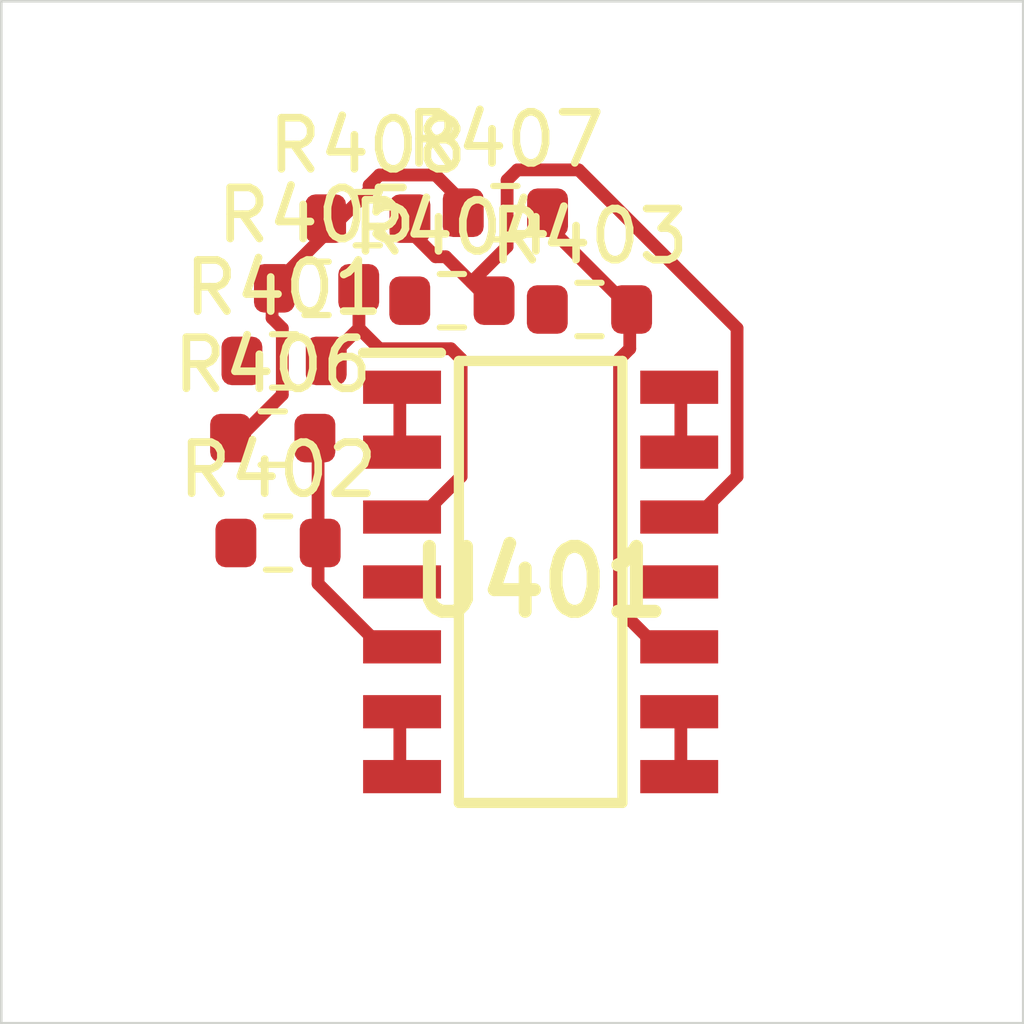
<source format=kicad_pcb>
 ( kicad_pcb  ( version 20171130 )
 ( host pcbnew 5.1.12-84ad8e8a86~92~ubuntu18.04.1 )
 ( general  ( thickness 1.6 )
 ( drawings 4 )
 ( tracks 0 )
 ( zones 0 )
 ( modules 9 )
 ( nets 14 )
)
 ( page A4 )
 ( layers  ( 0 F.Cu signal )
 ( 31 B.Cu signal )
 ( 32 B.Adhes user )
 ( 33 F.Adhes user )
 ( 34 B.Paste user )
 ( 35 F.Paste user )
 ( 36 B.SilkS user )
 ( 37 F.SilkS user )
 ( 38 B.Mask user )
 ( 39 F.Mask user )
 ( 40 Dwgs.User user )
 ( 41 Cmts.User user )
 ( 42 Eco1.User user )
 ( 43 Eco2.User user )
 ( 44 Edge.Cuts user )
 ( 45 Margin user )
 ( 46 B.CrtYd user )
 ( 47 F.CrtYd user )
 ( 48 B.Fab user )
 ( 49 F.Fab user )
)
 ( setup  ( last_trace_width 0.25 )
 ( trace_clearance 0.2 )
 ( zone_clearance 0.508 )
 ( zone_45_only no )
 ( trace_min 0.2 )
 ( via_size 0.8 )
 ( via_drill 0.4 )
 ( via_min_size 0.4 )
 ( via_min_drill 0.3 )
 ( uvia_size 0.3 )
 ( uvia_drill 0.1 )
 ( uvias_allowed no )
 ( uvia_min_size 0.2 )
 ( uvia_min_drill 0.1 )
 ( edge_width 0.05 )
 ( segment_width 0.2 )
 ( pcb_text_width 0.3 )
 ( pcb_text_size 1.5 1.5 )
 ( mod_edge_width 0.12 )
 ( mod_text_size 1 1 )
 ( mod_text_width 0.15 )
 ( pad_size 1.524 1.524 )
 ( pad_drill 0.762 )
 ( pad_to_mask_clearance 0 )
 ( aux_axis_origin 0 0 )
 ( visible_elements FFFFFF7F )
 ( pcbplotparams  ( layerselection 0x010fc_ffffffff )
 ( usegerberextensions false )
 ( usegerberattributes true )
 ( usegerberadvancedattributes true )
 ( creategerberjobfile true )
 ( excludeedgelayer true )
 ( linewidth 0.100000 )
 ( plotframeref false )
 ( viasonmask false )
 ( mode 1 )
 ( useauxorigin false )
 ( hpglpennumber 1 )
 ( hpglpenspeed 20 )
 ( hpglpendiameter 15.000000 )
 ( psnegative false )
 ( psa4output false )
 ( plotreference true )
 ( plotvalue true )
 ( plotinvisibletext false )
 ( padsonsilk false )
 ( subtractmaskfromsilk false )
 ( outputformat 1 )
 ( mirror false )
 ( drillshape 1 )
 ( scaleselection 1 )
 ( outputdirectory "" )
)
)
 ( net 0 "" )
 ( net 1 /Sheet6235D886/vp )
 ( net 2 /Sheet6248AD22/chn0 )
 ( net 3 /Sheet6248AD22/chn1 )
 ( net 4 /Sheet6248AD22/chn2 )
 ( net 5 /Sheet6248AD22/chn3 )
 ( net 6 "Net-(R401-Pad2)" )
 ( net 7 "Net-(R402-Pad2)" )
 ( net 8 "Net-(R403-Pad2)" )
 ( net 9 "Net-(R404-Pad2)" )
 ( net 10 /Sheet6248AD22/chn0_n )
 ( net 11 /Sheet6248AD22/chn1_n )
 ( net 12 /Sheet6248AD22/chn2_n )
 ( net 13 /Sheet6248AD22/chn3_n )
 ( net_class Default "This is the default net class."  ( clearance 0.2 )
 ( trace_width 0.25 )
 ( via_dia 0.8 )
 ( via_drill 0.4 )
 ( uvia_dia 0.3 )
 ( uvia_drill 0.1 )
 ( add_net /Sheet6235D886/vp )
 ( add_net /Sheet6248AD22/chn0 )
 ( add_net /Sheet6248AD22/chn0_n )
 ( add_net /Sheet6248AD22/chn1 )
 ( add_net /Sheet6248AD22/chn1_n )
 ( add_net /Sheet6248AD22/chn2 )
 ( add_net /Sheet6248AD22/chn2_n )
 ( add_net /Sheet6248AD22/chn3 )
 ( add_net /Sheet6248AD22/chn3_n )
 ( add_net "Net-(R401-Pad2)" )
 ( add_net "Net-(R402-Pad2)" )
 ( add_net "Net-(R403-Pad2)" )
 ( add_net "Net-(R404-Pad2)" )
)
 ( module Resistor_SMD:R_0603_1608Metric  ( layer F.Cu )
 ( tedit 5F68FEEE )
 ( tstamp 623425C8 )
 ( at 85.534900 107.038000 )
 ( descr "Resistor SMD 0603 (1608 Metric), square (rectangular) end terminal, IPC_7351 nominal, (Body size source: IPC-SM-782 page 72, https://www.pcb-3d.com/wordpress/wp-content/uploads/ipc-sm-782a_amendment_1_and_2.pdf), generated with kicad-footprint-generator" )
 ( tags resistor )
 ( path /6248AD23/6249ADFD )
 ( attr smd )
 ( fp_text reference R401  ( at 0 -1.43 )
 ( layer F.SilkS )
 ( effects  ( font  ( size 1 1 )
 ( thickness 0.15 )
)
)
)
 ( fp_text value 10M  ( at 0 1.43 )
 ( layer F.Fab )
 ( effects  ( font  ( size 1 1 )
 ( thickness 0.15 )
)
)
)
 ( fp_line  ( start -0.8 0.4125 )
 ( end -0.8 -0.4125 )
 ( layer F.Fab )
 ( width 0.1 )
)
 ( fp_line  ( start -0.8 -0.4125 )
 ( end 0.8 -0.4125 )
 ( layer F.Fab )
 ( width 0.1 )
)
 ( fp_line  ( start 0.8 -0.4125 )
 ( end 0.8 0.4125 )
 ( layer F.Fab )
 ( width 0.1 )
)
 ( fp_line  ( start 0.8 0.4125 )
 ( end -0.8 0.4125 )
 ( layer F.Fab )
 ( width 0.1 )
)
 ( fp_line  ( start -0.237258 -0.5225 )
 ( end 0.237258 -0.5225 )
 ( layer F.SilkS )
 ( width 0.12 )
)
 ( fp_line  ( start -0.237258 0.5225 )
 ( end 0.237258 0.5225 )
 ( layer F.SilkS )
 ( width 0.12 )
)
 ( fp_line  ( start -1.48 0.73 )
 ( end -1.48 -0.73 )
 ( layer F.CrtYd )
 ( width 0.05 )
)
 ( fp_line  ( start -1.48 -0.73 )
 ( end 1.48 -0.73 )
 ( layer F.CrtYd )
 ( width 0.05 )
)
 ( fp_line  ( start 1.48 -0.73 )
 ( end 1.48 0.73 )
 ( layer F.CrtYd )
 ( width 0.05 )
)
 ( fp_line  ( start 1.48 0.73 )
 ( end -1.48 0.73 )
 ( layer F.CrtYd )
 ( width 0.05 )
)
 ( fp_text user %R  ( at 0 0 )
 ( layer F.Fab )
 ( effects  ( font  ( size 0.4 0.4 )
 ( thickness 0.06 )
)
)
)
 ( pad 2 smd roundrect  ( at 0.825 0 )
 ( size 0.8 0.95 )
 ( layers F.Cu F.Mask F.Paste )
 ( roundrect_rratio 0.25 )
 ( net 6 "Net-(R401-Pad2)" )
)
 ( pad 1 smd roundrect  ( at -0.825 0 )
 ( size 0.8 0.95 )
 ( layers F.Cu F.Mask F.Paste )
 ( roundrect_rratio 0.25 )
 ( net 10 /Sheet6248AD22/chn0_n )
)
 ( model ${KISYS3DMOD}/Resistor_SMD.3dshapes/R_0603_1608Metric.wrl  ( at  ( xyz 0 0 0 )
)
 ( scale  ( xyz 1 1 1 )
)
 ( rotate  ( xyz 0 0 0 )
)
)
)
 ( module Resistor_SMD:R_0603_1608Metric  ( layer F.Cu )
 ( tedit 5F68FEEE )
 ( tstamp 623425D9 )
 ( at 85.416500 110.602000 )
 ( descr "Resistor SMD 0603 (1608 Metric), square (rectangular) end terminal, IPC_7351 nominal, (Body size source: IPC-SM-782 page 72, https://www.pcb-3d.com/wordpress/wp-content/uploads/ipc-sm-782a_amendment_1_and_2.pdf), generated with kicad-footprint-generator" )
 ( tags resistor )
 ( path /6248AD23/6249B75E )
 ( attr smd )
 ( fp_text reference R402  ( at 0 -1.43 )
 ( layer F.SilkS )
 ( effects  ( font  ( size 1 1 )
 ( thickness 0.15 )
)
)
)
 ( fp_text value 10M  ( at 0 1.43 )
 ( layer F.Fab )
 ( effects  ( font  ( size 1 1 )
 ( thickness 0.15 )
)
)
)
 ( fp_line  ( start 1.48 0.73 )
 ( end -1.48 0.73 )
 ( layer F.CrtYd )
 ( width 0.05 )
)
 ( fp_line  ( start 1.48 -0.73 )
 ( end 1.48 0.73 )
 ( layer F.CrtYd )
 ( width 0.05 )
)
 ( fp_line  ( start -1.48 -0.73 )
 ( end 1.48 -0.73 )
 ( layer F.CrtYd )
 ( width 0.05 )
)
 ( fp_line  ( start -1.48 0.73 )
 ( end -1.48 -0.73 )
 ( layer F.CrtYd )
 ( width 0.05 )
)
 ( fp_line  ( start -0.237258 0.5225 )
 ( end 0.237258 0.5225 )
 ( layer F.SilkS )
 ( width 0.12 )
)
 ( fp_line  ( start -0.237258 -0.5225 )
 ( end 0.237258 -0.5225 )
 ( layer F.SilkS )
 ( width 0.12 )
)
 ( fp_line  ( start 0.8 0.4125 )
 ( end -0.8 0.4125 )
 ( layer F.Fab )
 ( width 0.1 )
)
 ( fp_line  ( start 0.8 -0.4125 )
 ( end 0.8 0.4125 )
 ( layer F.Fab )
 ( width 0.1 )
)
 ( fp_line  ( start -0.8 -0.4125 )
 ( end 0.8 -0.4125 )
 ( layer F.Fab )
 ( width 0.1 )
)
 ( fp_line  ( start -0.8 0.4125 )
 ( end -0.8 -0.4125 )
 ( layer F.Fab )
 ( width 0.1 )
)
 ( fp_text user %R  ( at 0 0 )
 ( layer F.Fab )
 ( effects  ( font  ( size 0.4 0.4 )
 ( thickness 0.06 )
)
)
)
 ( pad 1 smd roundrect  ( at -0.825 0 )
 ( size 0.8 0.95 )
 ( layers F.Cu F.Mask F.Paste )
 ( roundrect_rratio 0.25 )
 ( net 11 /Sheet6248AD22/chn1_n )
)
 ( pad 2 smd roundrect  ( at 0.825 0 )
 ( size 0.8 0.95 )
 ( layers F.Cu F.Mask F.Paste )
 ( roundrect_rratio 0.25 )
 ( net 7 "Net-(R402-Pad2)" )
)
 ( model ${KISYS3DMOD}/Resistor_SMD.3dshapes/R_0603_1608Metric.wrl  ( at  ( xyz 0 0 0 )
)
 ( scale  ( xyz 1 1 1 )
)
 ( rotate  ( xyz 0 0 0 )
)
)
)
 ( module Resistor_SMD:R_0603_1608Metric  ( layer F.Cu )
 ( tedit 5F68FEEE )
 ( tstamp 623425EA )
 ( at 91.511200 106.032000 )
 ( descr "Resistor SMD 0603 (1608 Metric), square (rectangular) end terminal, IPC_7351 nominal, (Body size source: IPC-SM-782 page 72, https://www.pcb-3d.com/wordpress/wp-content/uploads/ipc-sm-782a_amendment_1_and_2.pdf), generated with kicad-footprint-generator" )
 ( tags resistor )
 ( path /6248AD23/6249FB7A )
 ( attr smd )
 ( fp_text reference R403  ( at 0 -1.43 )
 ( layer F.SilkS )
 ( effects  ( font  ( size 1 1 )
 ( thickness 0.15 )
)
)
)
 ( fp_text value 10M  ( at 0 1.43 )
 ( layer F.Fab )
 ( effects  ( font  ( size 1 1 )
 ( thickness 0.15 )
)
)
)
 ( fp_line  ( start 1.48 0.73 )
 ( end -1.48 0.73 )
 ( layer F.CrtYd )
 ( width 0.05 )
)
 ( fp_line  ( start 1.48 -0.73 )
 ( end 1.48 0.73 )
 ( layer F.CrtYd )
 ( width 0.05 )
)
 ( fp_line  ( start -1.48 -0.73 )
 ( end 1.48 -0.73 )
 ( layer F.CrtYd )
 ( width 0.05 )
)
 ( fp_line  ( start -1.48 0.73 )
 ( end -1.48 -0.73 )
 ( layer F.CrtYd )
 ( width 0.05 )
)
 ( fp_line  ( start -0.237258 0.5225 )
 ( end 0.237258 0.5225 )
 ( layer F.SilkS )
 ( width 0.12 )
)
 ( fp_line  ( start -0.237258 -0.5225 )
 ( end 0.237258 -0.5225 )
 ( layer F.SilkS )
 ( width 0.12 )
)
 ( fp_line  ( start 0.8 0.4125 )
 ( end -0.8 0.4125 )
 ( layer F.Fab )
 ( width 0.1 )
)
 ( fp_line  ( start 0.8 -0.4125 )
 ( end 0.8 0.4125 )
 ( layer F.Fab )
 ( width 0.1 )
)
 ( fp_line  ( start -0.8 -0.4125 )
 ( end 0.8 -0.4125 )
 ( layer F.Fab )
 ( width 0.1 )
)
 ( fp_line  ( start -0.8 0.4125 )
 ( end -0.8 -0.4125 )
 ( layer F.Fab )
 ( width 0.1 )
)
 ( fp_text user %R  ( at 0 0 )
 ( layer F.Fab )
 ( effects  ( font  ( size 0.4 0.4 )
 ( thickness 0.06 )
)
)
)
 ( pad 1 smd roundrect  ( at -0.825 0 )
 ( size 0.8 0.95 )
 ( layers F.Cu F.Mask F.Paste )
 ( roundrect_rratio 0.25 )
 ( net 12 /Sheet6248AD22/chn2_n )
)
 ( pad 2 smd roundrect  ( at 0.825 0 )
 ( size 0.8 0.95 )
 ( layers F.Cu F.Mask F.Paste )
 ( roundrect_rratio 0.25 )
 ( net 8 "Net-(R403-Pad2)" )
)
 ( model ${KISYS3DMOD}/Resistor_SMD.3dshapes/R_0603_1608Metric.wrl  ( at  ( xyz 0 0 0 )
)
 ( scale  ( xyz 1 1 1 )
)
 ( rotate  ( xyz 0 0 0 )
)
)
)
 ( module Resistor_SMD:R_0603_1608Metric  ( layer F.Cu )
 ( tedit 5F68FEEE )
 ( tstamp 623425FB )
 ( at 88.819200 105.860000 )
 ( descr "Resistor SMD 0603 (1608 Metric), square (rectangular) end terminal, IPC_7351 nominal, (Body size source: IPC-SM-782 page 72, https://www.pcb-3d.com/wordpress/wp-content/uploads/ipc-sm-782a_amendment_1_and_2.pdf), generated with kicad-footprint-generator" )
 ( tags resistor )
 ( path /6248AD23/6249FB74 )
 ( attr smd )
 ( fp_text reference R404  ( at 0 -1.43 )
 ( layer F.SilkS )
 ( effects  ( font  ( size 1 1 )
 ( thickness 0.15 )
)
)
)
 ( fp_text value 10M  ( at 0 1.43 )
 ( layer F.Fab )
 ( effects  ( font  ( size 1 1 )
 ( thickness 0.15 )
)
)
)
 ( fp_line  ( start -0.8 0.4125 )
 ( end -0.8 -0.4125 )
 ( layer F.Fab )
 ( width 0.1 )
)
 ( fp_line  ( start -0.8 -0.4125 )
 ( end 0.8 -0.4125 )
 ( layer F.Fab )
 ( width 0.1 )
)
 ( fp_line  ( start 0.8 -0.4125 )
 ( end 0.8 0.4125 )
 ( layer F.Fab )
 ( width 0.1 )
)
 ( fp_line  ( start 0.8 0.4125 )
 ( end -0.8 0.4125 )
 ( layer F.Fab )
 ( width 0.1 )
)
 ( fp_line  ( start -0.237258 -0.5225 )
 ( end 0.237258 -0.5225 )
 ( layer F.SilkS )
 ( width 0.12 )
)
 ( fp_line  ( start -0.237258 0.5225 )
 ( end 0.237258 0.5225 )
 ( layer F.SilkS )
 ( width 0.12 )
)
 ( fp_line  ( start -1.48 0.73 )
 ( end -1.48 -0.73 )
 ( layer F.CrtYd )
 ( width 0.05 )
)
 ( fp_line  ( start -1.48 -0.73 )
 ( end 1.48 -0.73 )
 ( layer F.CrtYd )
 ( width 0.05 )
)
 ( fp_line  ( start 1.48 -0.73 )
 ( end 1.48 0.73 )
 ( layer F.CrtYd )
 ( width 0.05 )
)
 ( fp_line  ( start 1.48 0.73 )
 ( end -1.48 0.73 )
 ( layer F.CrtYd )
 ( width 0.05 )
)
 ( fp_text user %R  ( at 0 0 )
 ( layer F.Fab )
 ( effects  ( font  ( size 0.4 0.4 )
 ( thickness 0.06 )
)
)
)
 ( pad 2 smd roundrect  ( at 0.825 0 )
 ( size 0.8 0.95 )
 ( layers F.Cu F.Mask F.Paste )
 ( roundrect_rratio 0.25 )
 ( net 9 "Net-(R404-Pad2)" )
)
 ( pad 1 smd roundrect  ( at -0.825 0 )
 ( size 0.8 0.95 )
 ( layers F.Cu F.Mask F.Paste )
 ( roundrect_rratio 0.25 )
 ( net 13 /Sheet6248AD22/chn3_n )
)
 ( model ${KISYS3DMOD}/Resistor_SMD.3dshapes/R_0603_1608Metric.wrl  ( at  ( xyz 0 0 0 )
)
 ( scale  ( xyz 1 1 1 )
)
 ( rotate  ( xyz 0 0 0 )
)
)
)
 ( module Resistor_SMD:R_0603_1608Metric  ( layer F.Cu )
 ( tedit 5F68FEEE )
 ( tstamp 6234260C )
 ( at 86.170600 105.618000 )
 ( descr "Resistor SMD 0603 (1608 Metric), square (rectangular) end terminal, IPC_7351 nominal, (Body size source: IPC-SM-782 page 72, https://www.pcb-3d.com/wordpress/wp-content/uploads/ipc-sm-782a_amendment_1_and_2.pdf), generated with kicad-footprint-generator" )
 ( tags resistor )
 ( path /6248AD23/62497F62 )
 ( attr smd )
 ( fp_text reference R405  ( at 0 -1.43 )
 ( layer F.SilkS )
 ( effects  ( font  ( size 1 1 )
 ( thickness 0.15 )
)
)
)
 ( fp_text value 750k  ( at 0 1.43 )
 ( layer F.Fab )
 ( effects  ( font  ( size 1 1 )
 ( thickness 0.15 )
)
)
)
 ( fp_line  ( start -0.8 0.4125 )
 ( end -0.8 -0.4125 )
 ( layer F.Fab )
 ( width 0.1 )
)
 ( fp_line  ( start -0.8 -0.4125 )
 ( end 0.8 -0.4125 )
 ( layer F.Fab )
 ( width 0.1 )
)
 ( fp_line  ( start 0.8 -0.4125 )
 ( end 0.8 0.4125 )
 ( layer F.Fab )
 ( width 0.1 )
)
 ( fp_line  ( start 0.8 0.4125 )
 ( end -0.8 0.4125 )
 ( layer F.Fab )
 ( width 0.1 )
)
 ( fp_line  ( start -0.237258 -0.5225 )
 ( end 0.237258 -0.5225 )
 ( layer F.SilkS )
 ( width 0.12 )
)
 ( fp_line  ( start -0.237258 0.5225 )
 ( end 0.237258 0.5225 )
 ( layer F.SilkS )
 ( width 0.12 )
)
 ( fp_line  ( start -1.48 0.73 )
 ( end -1.48 -0.73 )
 ( layer F.CrtYd )
 ( width 0.05 )
)
 ( fp_line  ( start -1.48 -0.73 )
 ( end 1.48 -0.73 )
 ( layer F.CrtYd )
 ( width 0.05 )
)
 ( fp_line  ( start 1.48 -0.73 )
 ( end 1.48 0.73 )
 ( layer F.CrtYd )
 ( width 0.05 )
)
 ( fp_line  ( start 1.48 0.73 )
 ( end -1.48 0.73 )
 ( layer F.CrtYd )
 ( width 0.05 )
)
 ( fp_text user %R  ( at 0 0 )
 ( layer F.Fab )
 ( effects  ( font  ( size 0.4 0.4 )
 ( thickness 0.06 )
)
)
)
 ( pad 2 smd roundrect  ( at 0.825 0 )
 ( size 0.8 0.95 )
 ( layers F.Cu F.Mask F.Paste )
 ( roundrect_rratio 0.25 )
 ( net 6 "Net-(R401-Pad2)" )
)
 ( pad 1 smd roundrect  ( at -0.825 0 )
 ( size 0.8 0.95 )
 ( layers F.Cu F.Mask F.Paste )
 ( roundrect_rratio 0.25 )
 ( net 1 /Sheet6235D886/vp )
)
 ( model ${KISYS3DMOD}/Resistor_SMD.3dshapes/R_0603_1608Metric.wrl  ( at  ( xyz 0 0 0 )
)
 ( scale  ( xyz 1 1 1 )
)
 ( rotate  ( xyz 0 0 0 )
)
)
)
 ( module Resistor_SMD:R_0603_1608Metric  ( layer F.Cu )
 ( tedit 5F68FEEE )
 ( tstamp 6234261D )
 ( at 85.312700 108.549000 )
 ( descr "Resistor SMD 0603 (1608 Metric), square (rectangular) end terminal, IPC_7351 nominal, (Body size source: IPC-SM-782 page 72, https://www.pcb-3d.com/wordpress/wp-content/uploads/ipc-sm-782a_amendment_1_and_2.pdf), generated with kicad-footprint-generator" )
 ( tags resistor )
 ( path /6248AD23/62499098 )
 ( attr smd )
 ( fp_text reference R406  ( at 0 -1.43 )
 ( layer F.SilkS )
 ( effects  ( font  ( size 1 1 )
 ( thickness 0.15 )
)
)
)
 ( fp_text value 750k  ( at 0 1.43 )
 ( layer F.Fab )
 ( effects  ( font  ( size 1 1 )
 ( thickness 0.15 )
)
)
)
 ( fp_line  ( start 1.48 0.73 )
 ( end -1.48 0.73 )
 ( layer F.CrtYd )
 ( width 0.05 )
)
 ( fp_line  ( start 1.48 -0.73 )
 ( end 1.48 0.73 )
 ( layer F.CrtYd )
 ( width 0.05 )
)
 ( fp_line  ( start -1.48 -0.73 )
 ( end 1.48 -0.73 )
 ( layer F.CrtYd )
 ( width 0.05 )
)
 ( fp_line  ( start -1.48 0.73 )
 ( end -1.48 -0.73 )
 ( layer F.CrtYd )
 ( width 0.05 )
)
 ( fp_line  ( start -0.237258 0.5225 )
 ( end 0.237258 0.5225 )
 ( layer F.SilkS )
 ( width 0.12 )
)
 ( fp_line  ( start -0.237258 -0.5225 )
 ( end 0.237258 -0.5225 )
 ( layer F.SilkS )
 ( width 0.12 )
)
 ( fp_line  ( start 0.8 0.4125 )
 ( end -0.8 0.4125 )
 ( layer F.Fab )
 ( width 0.1 )
)
 ( fp_line  ( start 0.8 -0.4125 )
 ( end 0.8 0.4125 )
 ( layer F.Fab )
 ( width 0.1 )
)
 ( fp_line  ( start -0.8 -0.4125 )
 ( end 0.8 -0.4125 )
 ( layer F.Fab )
 ( width 0.1 )
)
 ( fp_line  ( start -0.8 0.4125 )
 ( end -0.8 -0.4125 )
 ( layer F.Fab )
 ( width 0.1 )
)
 ( fp_text user %R  ( at 0 0 )
 ( layer F.Fab )
 ( effects  ( font  ( size 0.4 0.4 )
 ( thickness 0.06 )
)
)
)
 ( pad 1 smd roundrect  ( at -0.825 0 )
 ( size 0.8 0.95 )
 ( layers F.Cu F.Mask F.Paste )
 ( roundrect_rratio 0.25 )
 ( net 1 /Sheet6235D886/vp )
)
 ( pad 2 smd roundrect  ( at 0.825 0 )
 ( size 0.8 0.95 )
 ( layers F.Cu F.Mask F.Paste )
 ( roundrect_rratio 0.25 )
 ( net 7 "Net-(R402-Pad2)" )
)
 ( model ${KISYS3DMOD}/Resistor_SMD.3dshapes/R_0603_1608Metric.wrl  ( at  ( xyz 0 0 0 )
)
 ( scale  ( xyz 1 1 1 )
)
 ( rotate  ( xyz 0 0 0 )
)
)
)
 ( module Resistor_SMD:R_0603_1608Metric  ( layer F.Cu )
 ( tedit 5F68FEEE )
 ( tstamp 6234262E )
 ( at 89.866300 104.138000 )
 ( descr "Resistor SMD 0603 (1608 Metric), square (rectangular) end terminal, IPC_7351 nominal, (Body size source: IPC-SM-782 page 72, https://www.pcb-3d.com/wordpress/wp-content/uploads/ipc-sm-782a_amendment_1_and_2.pdf), generated with kicad-footprint-generator" )
 ( tags resistor )
 ( path /6248AD23/624A0FFB )
 ( attr smd )
 ( fp_text reference R407  ( at 0 -1.43 )
 ( layer F.SilkS )
 ( effects  ( font  ( size 1 1 )
 ( thickness 0.15 )
)
)
)
 ( fp_text value 1.5M  ( at 0 1.43 )
 ( layer F.Fab )
 ( effects  ( font  ( size 1 1 )
 ( thickness 0.15 )
)
)
)
 ( fp_line  ( start 1.48 0.73 )
 ( end -1.48 0.73 )
 ( layer F.CrtYd )
 ( width 0.05 )
)
 ( fp_line  ( start 1.48 -0.73 )
 ( end 1.48 0.73 )
 ( layer F.CrtYd )
 ( width 0.05 )
)
 ( fp_line  ( start -1.48 -0.73 )
 ( end 1.48 -0.73 )
 ( layer F.CrtYd )
 ( width 0.05 )
)
 ( fp_line  ( start -1.48 0.73 )
 ( end -1.48 -0.73 )
 ( layer F.CrtYd )
 ( width 0.05 )
)
 ( fp_line  ( start -0.237258 0.5225 )
 ( end 0.237258 0.5225 )
 ( layer F.SilkS )
 ( width 0.12 )
)
 ( fp_line  ( start -0.237258 -0.5225 )
 ( end 0.237258 -0.5225 )
 ( layer F.SilkS )
 ( width 0.12 )
)
 ( fp_line  ( start 0.8 0.4125 )
 ( end -0.8 0.4125 )
 ( layer F.Fab )
 ( width 0.1 )
)
 ( fp_line  ( start 0.8 -0.4125 )
 ( end 0.8 0.4125 )
 ( layer F.Fab )
 ( width 0.1 )
)
 ( fp_line  ( start -0.8 -0.4125 )
 ( end 0.8 -0.4125 )
 ( layer F.Fab )
 ( width 0.1 )
)
 ( fp_line  ( start -0.8 0.4125 )
 ( end -0.8 -0.4125 )
 ( layer F.Fab )
 ( width 0.1 )
)
 ( fp_text user %R  ( at 0 0 )
 ( layer F.Fab )
 ( effects  ( font  ( size 0.4 0.4 )
 ( thickness 0.06 )
)
)
)
 ( pad 1 smd roundrect  ( at -0.825 0 )
 ( size 0.8 0.95 )
 ( layers F.Cu F.Mask F.Paste )
 ( roundrect_rratio 0.25 )
 ( net 1 /Sheet6235D886/vp )
)
 ( pad 2 smd roundrect  ( at 0.825 0 )
 ( size 0.8 0.95 )
 ( layers F.Cu F.Mask F.Paste )
 ( roundrect_rratio 0.25 )
 ( net 8 "Net-(R403-Pad2)" )
)
 ( model ${KISYS3DMOD}/Resistor_SMD.3dshapes/R_0603_1608Metric.wrl  ( at  ( xyz 0 0 0 )
)
 ( scale  ( xyz 1 1 1 )
)
 ( rotate  ( xyz 0 0 0 )
)
)
)
 ( module Resistor_SMD:R_0603_1608Metric  ( layer F.Cu )
 ( tedit 5F68FEEE )
 ( tstamp 6234263F )
 ( at 87.172800 104.254000 )
 ( descr "Resistor SMD 0603 (1608 Metric), square (rectangular) end terminal, IPC_7351 nominal, (Body size source: IPC-SM-782 page 72, https://www.pcb-3d.com/wordpress/wp-content/uploads/ipc-sm-782a_amendment_1_and_2.pdf), generated with kicad-footprint-generator" )
 ( tags resistor )
 ( path /6248AD23/624A093C )
 ( attr smd )
 ( fp_text reference R408  ( at 0 -1.43 )
 ( layer F.SilkS )
 ( effects  ( font  ( size 1 1 )
 ( thickness 0.15 )
)
)
)
 ( fp_text value 1.5M  ( at 0 1.43 )
 ( layer F.Fab )
 ( effects  ( font  ( size 1 1 )
 ( thickness 0.15 )
)
)
)
 ( fp_line  ( start -0.8 0.4125 )
 ( end -0.8 -0.4125 )
 ( layer F.Fab )
 ( width 0.1 )
)
 ( fp_line  ( start -0.8 -0.4125 )
 ( end 0.8 -0.4125 )
 ( layer F.Fab )
 ( width 0.1 )
)
 ( fp_line  ( start 0.8 -0.4125 )
 ( end 0.8 0.4125 )
 ( layer F.Fab )
 ( width 0.1 )
)
 ( fp_line  ( start 0.8 0.4125 )
 ( end -0.8 0.4125 )
 ( layer F.Fab )
 ( width 0.1 )
)
 ( fp_line  ( start -0.237258 -0.5225 )
 ( end 0.237258 -0.5225 )
 ( layer F.SilkS )
 ( width 0.12 )
)
 ( fp_line  ( start -0.237258 0.5225 )
 ( end 0.237258 0.5225 )
 ( layer F.SilkS )
 ( width 0.12 )
)
 ( fp_line  ( start -1.48 0.73 )
 ( end -1.48 -0.73 )
 ( layer F.CrtYd )
 ( width 0.05 )
)
 ( fp_line  ( start -1.48 -0.73 )
 ( end 1.48 -0.73 )
 ( layer F.CrtYd )
 ( width 0.05 )
)
 ( fp_line  ( start 1.48 -0.73 )
 ( end 1.48 0.73 )
 ( layer F.CrtYd )
 ( width 0.05 )
)
 ( fp_line  ( start 1.48 0.73 )
 ( end -1.48 0.73 )
 ( layer F.CrtYd )
 ( width 0.05 )
)
 ( fp_text user %R  ( at 0 0 )
 ( layer F.Fab )
 ( effects  ( font  ( size 0.4 0.4 )
 ( thickness 0.06 )
)
)
)
 ( pad 2 smd roundrect  ( at 0.825 0 )
 ( size 0.8 0.95 )
 ( layers F.Cu F.Mask F.Paste )
 ( roundrect_rratio 0.25 )
 ( net 9 "Net-(R404-Pad2)" )
)
 ( pad 1 smd roundrect  ( at -0.825 0 )
 ( size 0.8 0.95 )
 ( layers F.Cu F.Mask F.Paste )
 ( roundrect_rratio 0.25 )
 ( net 1 /Sheet6235D886/vp )
)
 ( model ${KISYS3DMOD}/Resistor_SMD.3dshapes/R_0603_1608Metric.wrl  ( at  ( xyz 0 0 0 )
)
 ( scale  ( xyz 1 1 1 )
)
 ( rotate  ( xyz 0 0 0 )
)
)
)
 ( module TL074HIDR:SOIC127P600X175-14N locked  ( layer F.Cu )
 ( tedit 62336F37 )
 ( tstamp 62342709 )
 ( at 90.555600 111.364000 )
 ( descr "D (-R-PDSO-G14)" )
 ( tags "Integrated Circuit" )
 ( path /6248AD23/624976B2 )
 ( attr smd )
 ( fp_text reference U401  ( at 0 0 )
 ( layer F.SilkS )
 ( effects  ( font  ( size 1.27 1.27 )
 ( thickness 0.254 )
)
)
)
 ( fp_text value TL074  ( at 0 0 )
 ( layer F.SilkS )
hide  ( effects  ( font  ( size 1.27 1.27 )
 ( thickness 0.254 )
)
)
)
 ( fp_line  ( start -3.725 -4.625 )
 ( end 3.725 -4.625 )
 ( layer Dwgs.User )
 ( width 0.05 )
)
 ( fp_line  ( start 3.725 -4.625 )
 ( end 3.725 4.625 )
 ( layer Dwgs.User )
 ( width 0.05 )
)
 ( fp_line  ( start 3.725 4.625 )
 ( end -3.725 4.625 )
 ( layer Dwgs.User )
 ( width 0.05 )
)
 ( fp_line  ( start -3.725 4.625 )
 ( end -3.725 -4.625 )
 ( layer Dwgs.User )
 ( width 0.05 )
)
 ( fp_line  ( start -1.95 -4.325 )
 ( end 1.95 -4.325 )
 ( layer Dwgs.User )
 ( width 0.1 )
)
 ( fp_line  ( start 1.95 -4.325 )
 ( end 1.95 4.325 )
 ( layer Dwgs.User )
 ( width 0.1 )
)
 ( fp_line  ( start 1.95 4.325 )
 ( end -1.95 4.325 )
 ( layer Dwgs.User )
 ( width 0.1 )
)
 ( fp_line  ( start -1.95 4.325 )
 ( end -1.95 -4.325 )
 ( layer Dwgs.User )
 ( width 0.1 )
)
 ( fp_line  ( start -1.95 -3.055 )
 ( end -0.68 -4.325 )
 ( layer Dwgs.User )
 ( width 0.1 )
)
 ( fp_line  ( start -1.6 -4.325 )
 ( end 1.6 -4.325 )
 ( layer F.SilkS )
 ( width 0.2 )
)
 ( fp_line  ( start 1.6 -4.325 )
 ( end 1.6 4.325 )
 ( layer F.SilkS )
 ( width 0.2 )
)
 ( fp_line  ( start 1.6 4.325 )
 ( end -1.6 4.325 )
 ( layer F.SilkS )
 ( width 0.2 )
)
 ( fp_line  ( start -1.6 4.325 )
 ( end -1.6 -4.325 )
 ( layer F.SilkS )
 ( width 0.2 )
)
 ( fp_line  ( start -3.475 -4.485 )
 ( end -1.95 -4.485 )
 ( layer F.SilkS )
 ( width 0.2 )
)
 ( pad 1 smd rect  ( at -2.712 -3.81 90.000000 )
 ( size 0.65 1.525 )
 ( layers F.Cu F.Mask F.Paste )
 ( net 2 /Sheet6248AD22/chn0 )
)
 ( pad 2 smd rect  ( at -2.712 -2.54 90.000000 )
 ( size 0.65 1.525 )
 ( layers F.Cu F.Mask F.Paste )
 ( net 2 /Sheet6248AD22/chn0 )
)
 ( pad 3 smd rect  ( at -2.712 -1.27 90.000000 )
 ( size 0.65 1.525 )
 ( layers F.Cu F.Mask F.Paste )
 ( net 6 "Net-(R401-Pad2)" )
)
 ( pad 4 smd rect  ( at -2.712 0 90.000000 )
 ( size 0.65 1.525 )
 ( layers F.Cu F.Mask F.Paste )
)
 ( pad 5 smd rect  ( at -2.712 1.27 90.000000 )
 ( size 0.65 1.525 )
 ( layers F.Cu F.Mask F.Paste )
 ( net 7 "Net-(R402-Pad2)" )
)
 ( pad 6 smd rect  ( at -2.712 2.54 90.000000 )
 ( size 0.65 1.525 )
 ( layers F.Cu F.Mask F.Paste )
 ( net 3 /Sheet6248AD22/chn1 )
)
 ( pad 7 smd rect  ( at -2.712 3.81 90.000000 )
 ( size 0.65 1.525 )
 ( layers F.Cu F.Mask F.Paste )
 ( net 3 /Sheet6248AD22/chn1 )
)
 ( pad 8 smd rect  ( at 2.712 3.81 90.000000 )
 ( size 0.65 1.525 )
 ( layers F.Cu F.Mask F.Paste )
 ( net 4 /Sheet6248AD22/chn2 )
)
 ( pad 9 smd rect  ( at 2.712 2.54 90.000000 )
 ( size 0.65 1.525 )
 ( layers F.Cu F.Mask F.Paste )
 ( net 4 /Sheet6248AD22/chn2 )
)
 ( pad 10 smd rect  ( at 2.712 1.27 90.000000 )
 ( size 0.65 1.525 )
 ( layers F.Cu F.Mask F.Paste )
 ( net 8 "Net-(R403-Pad2)" )
)
 ( pad 11 smd rect  ( at 2.712 0 90.000000 )
 ( size 0.65 1.525 )
 ( layers F.Cu F.Mask F.Paste )
)
 ( pad 12 smd rect  ( at 2.712 -1.27 90.000000 )
 ( size 0.65 1.525 )
 ( layers F.Cu F.Mask F.Paste )
 ( net 9 "Net-(R404-Pad2)" )
)
 ( pad 13 smd rect  ( at 2.712 -2.54 90.000000 )
 ( size 0.65 1.525 )
 ( layers F.Cu F.Mask F.Paste )
 ( net 5 /Sheet6248AD22/chn3 )
)
 ( pad 14 smd rect  ( at 2.712 -3.81 90.000000 )
 ( size 0.65 1.525 )
 ( layers F.Cu F.Mask F.Paste )
 ( net 5 /Sheet6248AD22/chn3 )
)
)
 ( gr_line  ( start 100 100 )
 ( end 100 120 )
 ( layer Edge.Cuts )
 ( width 0.05 )
 ( tstamp 62E76D2A )
)
 ( gr_line  ( start 80 120 )
 ( end 100 120 )
 ( layer Edge.Cuts )
 ( width 0.05 )
 ( tstamp 62E76D27 )
)
 ( gr_line  ( start 80 100 )
 ( end 80 120 )
 ( layer Edge.Cuts )
 ( width 0.05 )
 ( tstamp 6234110C )
)
 ( gr_line  ( start 80 100 )
 ( end 100 100 )
 ( layer Edge.Cuts )
 ( width 0.05 )
)
 ( segment  ( start 84.500001 108.500002 )
 ( end 84.700001 108.500002 )
 ( width 0.250000 )
 ( layer F.Cu )
 ( net 1 )
)
 ( segment  ( start 84.700001 108.500002 )
 ( end 85.500001 107.700002 )
 ( width 0.250000 )
 ( layer F.Cu )
 ( net 1 )
)
 ( segment  ( start 85.500001 107.700002 )
 ( end 85.500001 106.400002 )
 ( width 0.250000 )
 ( layer F.Cu )
 ( net 1 )
)
 ( segment  ( start 85.500001 106.400002 )
 ( end 85.300001 106.200002 )
 ( width 0.250000 )
 ( layer F.Cu )
 ( net 1 )
)
 ( segment  ( start 85.300001 106.200002 )
 ( end 85.300001 105.600002 )
 ( width 0.250000 )
 ( layer F.Cu )
 ( net 1 )
)
 ( segment  ( start 89.000001 104.100002 )
 ( end 89.000001 103.900002 )
 ( width 0.250000 )
 ( layer F.Cu )
 ( net 1 )
)
 ( segment  ( start 89.000001 103.900002 )
 ( end 88.500001 103.400002 )
 ( width 0.250000 )
 ( layer F.Cu )
 ( net 1 )
)
 ( segment  ( start 88.500001 103.400002 )
 ( end 87.400001 103.400002 )
 ( width 0.250000 )
 ( layer F.Cu )
 ( net 1 )
)
 ( segment  ( start 87.400001 103.400002 )
 ( end 87.200001 103.600002 )
 ( width 0.250000 )
 ( layer F.Cu )
 ( net 1 )
)
 ( segment  ( start 87.200001 103.600002 )
 ( end 87.200001 103.700002 )
 ( width 0.250000 )
 ( layer F.Cu )
 ( net 1 )
)
 ( segment  ( start 87.200001 103.700002 )
 ( end 85.300001 105.600002 )
 ( width 0.250000 )
 ( layer F.Cu )
 ( net 1 )
)
 ( segment  ( start 86.300001 104.300002 )
 ( end 86.400001 104.400002 )
 ( width 0.250000 )
 ( layer F.Cu )
 ( net 1 )
)
 ( segment  ( start 86.400001 104.400002 )
 ( end 86.500001 104.400002 )
 ( width 0.250000 )
 ( layer F.Cu )
 ( net 1 )
)
 ( segment  ( start 87.800001 108.800002 )
 ( end 87.800001 107.600002 )
 ( width 0.250000 )
 ( layer F.Cu )
 ( net 2 )
)
 ( segment  ( start 87.800001 115.200002 )
 ( end 87.800001 113.900002 )
 ( width 0.250000 )
 ( layer F.Cu )
 ( net 3 )
)
 ( segment  ( start 93.300001 113.900002 )
 ( end 93.300001 115.200002 )
 ( width 0.250000 )
 ( layer F.Cu )
 ( net 4 )
)
 ( segment  ( start 93.300001 107.600002 )
 ( end 93.300001 108.800002 )
 ( width 0.250000 )
 ( layer F.Cu )
 ( net 5 )
)
 ( segment  ( start 87.000001 105.600002 )
 ( end 87.000001 106.400002 )
 ( width 0.250000 )
 ( layer F.Cu )
 ( net 6 )
)
 ( segment  ( start 87.000001 106.400002 )
 ( end 86.400001 107.000002 )
 ( width 0.250000 )
 ( layer F.Cu )
 ( net 6 )
)
 ( segment  ( start 87.800001 110.100002 )
 ( end 88.200001 110.100002 )
 ( width 0.250000 )
 ( layer F.Cu )
 ( net 6 )
)
 ( segment  ( start 88.200001 110.100002 )
 ( end 89.000001 109.300002 )
 ( width 0.250000 )
 ( layer F.Cu )
 ( net 6 )
)
 ( segment  ( start 89.000001 109.300002 )
 ( end 89.000001 107.000002 )
 ( width 0.250000 )
 ( layer F.Cu )
 ( net 6 )
)
 ( segment  ( start 89.000001 107.000002 )
 ( end 88.800001 106.800002 )
 ( width 0.250000 )
 ( layer F.Cu )
 ( net 6 )
)
 ( segment  ( start 88.800001 106.800002 )
 ( end 87.400001 106.800002 )
 ( width 0.250000 )
 ( layer F.Cu )
 ( net 6 )
)
 ( segment  ( start 87.400001 106.800002 )
 ( end 87.000001 106.400002 )
 ( width 0.250000 )
 ( layer F.Cu )
 ( net 6 )
)
 ( segment  ( start 86.100001 108.500002 )
 ( end 86.200001 108.600002 )
 ( width 0.250000 )
 ( layer F.Cu )
 ( net 7 )
)
 ( segment  ( start 86.200001 108.600002 )
 ( end 86.200001 110.600002 )
 ( width 0.250000 )
 ( layer F.Cu )
 ( net 7 )
)
 ( segment  ( start 87.800001 112.600002 )
 ( end 87.400001 112.600002 )
 ( width 0.250000 )
 ( layer F.Cu )
 ( net 7 )
)
 ( segment  ( start 87.400001 112.600002 )
 ( end 86.200001 111.400002 )
 ( width 0.250000 )
 ( layer F.Cu )
 ( net 7 )
)
 ( segment  ( start 86.200001 111.400002 )
 ( end 86.200001 110.600002 )
 ( width 0.250000 )
 ( layer F.Cu )
 ( net 7 )
)
 ( segment  ( start 90.700001 104.100002 )
 ( end 90.700001 104.400002 )
 ( width 0.250000 )
 ( layer F.Cu )
 ( net 8 )
)
 ( segment  ( start 90.700001 104.400002 )
 ( end 92.300001 106.000002 )
 ( width 0.250000 )
 ( layer F.Cu )
 ( net 8 )
)
 ( segment  ( start 93.300001 112.600002 )
 ( end 92.800001 112.600002 )
 ( width 0.250000 )
 ( layer F.Cu )
 ( net 8 )
)
 ( segment  ( start 92.800001 112.600002 )
 ( end 92.100001 111.900002 )
 ( width 0.250000 )
 ( layer F.Cu )
 ( net 8 )
)
 ( segment  ( start 92.100001 111.900002 )
 ( end 92.100001 107.000002 )
 ( width 0.250000 )
 ( layer F.Cu )
 ( net 8 )
)
 ( segment  ( start 92.100001 107.000002 )
 ( end 92.300001 106.800002 )
 ( width 0.250000 )
 ( layer F.Cu )
 ( net 8 )
)
 ( segment  ( start 92.300001 106.800002 )
 ( end 92.300001 106.000002 )
 ( width 0.250000 )
 ( layer F.Cu )
 ( net 8 )
)
 ( segment  ( start 88.000001 104.300002 )
 ( end 88.000001 104.500002 )
 ( width 0.250000 )
 ( layer F.Cu )
 ( net 9 )
)
 ( segment  ( start 88.000001 104.500002 )
 ( end 88.500001 105.000002 )
 ( width 0.250000 )
 ( layer F.Cu )
 ( net 9 )
)
 ( segment  ( start 88.500001 105.000002 )
 ( end 88.700001 105.000002 )
 ( width 0.250000 )
 ( layer F.Cu )
 ( net 9 )
)
 ( segment  ( start 88.700001 105.000002 )
 ( end 89.600001 105.900002 )
 ( width 0.250000 )
 ( layer F.Cu )
 ( net 9 )
)
 ( segment  ( start 93.300001 110.100002 )
 ( end 93.600001 110.100002 )
 ( width 0.250000 )
 ( layer F.Cu )
 ( net 9 )
)
 ( segment  ( start 93.600001 110.100002 )
 ( end 94.400001 109.300002 )
 ( width 0.250000 )
 ( layer F.Cu )
 ( net 9 )
)
 ( segment  ( start 94.400001 109.300002 )
 ( end 94.400001 106.400002 )
 ( width 0.250000 )
 ( layer F.Cu )
 ( net 9 )
)
 ( segment  ( start 94.400001 106.400002 )
 ( end 91.300001 103.300002 )
 ( width 0.250000 )
 ( layer F.Cu )
 ( net 9 )
)
 ( segment  ( start 91.300001 103.300002 )
 ( end 90.100001 103.300002 )
 ( width 0.250000 )
 ( layer F.Cu )
 ( net 9 )
)
 ( segment  ( start 90.100001 103.300002 )
 ( end 89.900001 103.500002 )
 ( width 0.250000 )
 ( layer F.Cu )
 ( net 9 )
)
 ( segment  ( start 89.900001 103.500002 )
 ( end 89.900001 104.800002 )
 ( width 0.250000 )
 ( layer F.Cu )
 ( net 9 )
)
 ( segment  ( start 89.900001 104.800002 )
 ( end 89.200001 105.500002 )
 ( width 0.250000 )
 ( layer F.Cu )
 ( net 9 )
)
)

</source>
